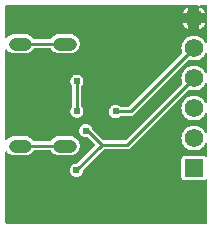
<source format=gbl>
G04 Layer: BottomLayer*
G04 EasyEDA v6.5.9, 2022-07-20 11:51:06*
G04 f1700a5533a94dbab9b25466b2df9886,20d39a695127413eb41274384cfbb926,10*
G04 Gerber Generator version 0.2*
G04 Scale: 100 percent, Rotated: No, Reflected: No *
G04 Dimensions in millimeters *
G04 leading zeros omitted , absolute positions ,4 integer and 5 decimal *
%FSLAX45Y45*%
%MOMM*%

%ADD10C,0.2540*%
%ADD11C,1.5748*%
%ADD12R,1.5748X1.5748*%
%ADD13C,0.6096*%
%ADD14C,0.6100*%
%ADD15C,1.1000*%
%ADD16C,0.0102*%

%LPD*%
G36*
X736092Y7125208D02*
G01*
X732180Y7125970D01*
X728929Y7128205D01*
X726694Y7131456D01*
X725932Y7135368D01*
X725932Y7727086D01*
X726795Y7731201D01*
X729234Y7734604D01*
X732891Y7736738D01*
X737057Y7737195D01*
X741070Y7735925D01*
X744220Y7733182D01*
X745134Y7731912D01*
X753313Y7723784D01*
X762558Y7716875D01*
X772668Y7711338D01*
X783488Y7707274D01*
X794766Y7704836D01*
X806653Y7703972D01*
X895908Y7703972D01*
X907796Y7704836D01*
X919073Y7707274D01*
X929894Y7711338D01*
X940003Y7716875D01*
X949248Y7723784D01*
X957376Y7731912D01*
X964996Y7742174D01*
X967232Y7744409D01*
X970026Y7745780D01*
X973124Y7746288D01*
X1109421Y7746288D01*
X1112520Y7745780D01*
X1115314Y7744409D01*
X1117600Y7742174D01*
X1125169Y7731912D01*
X1133297Y7723784D01*
X1142542Y7716875D01*
X1152702Y7711338D01*
X1163472Y7707274D01*
X1174750Y7704836D01*
X1186637Y7703972D01*
X1275892Y7703972D01*
X1287780Y7704836D01*
X1299057Y7707274D01*
X1309878Y7711338D01*
X1319987Y7716875D01*
X1329232Y7723784D01*
X1337411Y7731912D01*
X1344320Y7741158D01*
X1349857Y7751318D01*
X1353870Y7762138D01*
X1356360Y7773416D01*
X1357172Y7784896D01*
X1356360Y7796428D01*
X1353870Y7807706D01*
X1349857Y7818526D01*
X1344320Y7828635D01*
X1337411Y7837881D01*
X1329232Y7846009D01*
X1319987Y7852968D01*
X1309878Y7858455D01*
X1299057Y7862519D01*
X1287780Y7864957D01*
X1275892Y7865821D01*
X1186637Y7865821D01*
X1174750Y7864957D01*
X1163472Y7862519D01*
X1152702Y7858455D01*
X1142542Y7852968D01*
X1133297Y7846009D01*
X1125169Y7837881D01*
X1117600Y7827619D01*
X1115314Y7825435D01*
X1112520Y7824012D01*
X1109421Y7823504D01*
X973124Y7823504D01*
X970026Y7824012D01*
X967232Y7825435D01*
X964996Y7827619D01*
X957376Y7837881D01*
X949248Y7846009D01*
X940003Y7852968D01*
X929894Y7858455D01*
X919073Y7862519D01*
X907796Y7864957D01*
X895908Y7865821D01*
X806653Y7865821D01*
X794766Y7864957D01*
X783488Y7862519D01*
X772668Y7858455D01*
X762558Y7852968D01*
X753313Y7846009D01*
X745134Y7837881D01*
X744220Y7836611D01*
X741070Y7833868D01*
X737057Y7832598D01*
X732891Y7833055D01*
X729234Y7835188D01*
X726795Y7838592D01*
X725932Y7842707D01*
X725932Y8591092D01*
X726795Y8595207D01*
X729234Y8598611D01*
X732891Y8600744D01*
X737057Y8601202D01*
X741070Y8599932D01*
X744220Y8597188D01*
X745134Y8595918D01*
X753313Y8587790D01*
X762558Y8580831D01*
X772668Y8575344D01*
X783488Y8571280D01*
X794766Y8568842D01*
X806653Y8567978D01*
X895908Y8567978D01*
X907796Y8568842D01*
X919073Y8571280D01*
X929894Y8575344D01*
X940003Y8580831D01*
X949248Y8587790D01*
X957376Y8595918D01*
X964996Y8606180D01*
X967232Y8608415D01*
X970026Y8609787D01*
X973124Y8610295D01*
X1109421Y8610295D01*
X1112520Y8609787D01*
X1115314Y8608415D01*
X1117600Y8606180D01*
X1125169Y8595918D01*
X1133297Y8587790D01*
X1142542Y8580831D01*
X1152702Y8575344D01*
X1163472Y8571280D01*
X1174750Y8568842D01*
X1186637Y8567978D01*
X1275892Y8567978D01*
X1287780Y8568842D01*
X1299057Y8571280D01*
X1309878Y8575344D01*
X1319987Y8580831D01*
X1329232Y8587790D01*
X1337411Y8595918D01*
X1344320Y8605164D01*
X1349857Y8615273D01*
X1353870Y8626094D01*
X1356360Y8637371D01*
X1357172Y8648903D01*
X1356360Y8660384D01*
X1353870Y8671661D01*
X1349857Y8682482D01*
X1344320Y8692642D01*
X1337411Y8701887D01*
X1329232Y8710015D01*
X1319987Y8716924D01*
X1309878Y8722461D01*
X1299057Y8726525D01*
X1287780Y8728964D01*
X1275892Y8729827D01*
X1186637Y8729827D01*
X1174750Y8728964D01*
X1163472Y8726525D01*
X1152702Y8722461D01*
X1142542Y8716924D01*
X1133297Y8710015D01*
X1125169Y8701887D01*
X1117600Y8691626D01*
X1115364Y8689441D01*
X1112520Y8688019D01*
X1109421Y8687511D01*
X973124Y8687511D01*
X970026Y8688019D01*
X967232Y8689441D01*
X964996Y8691626D01*
X957376Y8701887D01*
X949248Y8710015D01*
X940003Y8716924D01*
X929894Y8722461D01*
X919073Y8726525D01*
X907796Y8728964D01*
X895908Y8729827D01*
X806653Y8729827D01*
X794766Y8728964D01*
X783488Y8726525D01*
X772668Y8722461D01*
X762558Y8716924D01*
X753313Y8710015D01*
X745134Y8701887D01*
X744220Y8700617D01*
X741070Y8697874D01*
X737057Y8696604D01*
X732891Y8697061D01*
X729234Y8699195D01*
X726795Y8702598D01*
X725932Y8706713D01*
X725932Y8963914D01*
X726694Y8967825D01*
X728929Y8971076D01*
X732180Y8973312D01*
X736092Y8974074D01*
X2266543Y8974074D01*
X2270709Y8973159D01*
X2274163Y8970619D01*
X2276246Y8966860D01*
X2276602Y8962593D01*
X2275179Y8958529D01*
X2272182Y8955481D01*
X2260396Y8947607D01*
X2250135Y8938564D01*
X2241092Y8928303D01*
X2233472Y8916924D01*
X2230221Y8910320D01*
X2278380Y8910320D01*
X2278380Y8963914D01*
X2279142Y8967825D01*
X2281377Y8971076D01*
X2284628Y8973312D01*
X2288540Y8974074D01*
X2359660Y8974074D01*
X2363571Y8973312D01*
X2366822Y8971076D01*
X2369058Y8967825D01*
X2369820Y8963914D01*
X2369820Y8910320D01*
X2417978Y8910320D01*
X2414727Y8916924D01*
X2407107Y8928303D01*
X2398064Y8938564D01*
X2387803Y8947607D01*
X2376017Y8955481D01*
X2373020Y8958529D01*
X2371598Y8962593D01*
X2371953Y8966860D01*
X2374036Y8970619D01*
X2377490Y8973159D01*
X2381656Y8974074D01*
X2427732Y8974074D01*
X2431643Y8973312D01*
X2434894Y8971076D01*
X2437130Y8967825D01*
X2437892Y8963914D01*
X2437892Y8913469D01*
X2436876Y8909100D01*
X2435199Y8906916D01*
X2437130Y8904071D01*
X2437892Y8900160D01*
X2437892Y8829040D01*
X2437130Y8825128D01*
X2435199Y8822283D01*
X2436876Y8820099D01*
X2437892Y8815730D01*
X2437892Y8659469D01*
X2436876Y8655100D01*
X2434082Y8651544D01*
X2430018Y8649563D01*
X2425547Y8649563D01*
X2421483Y8651494D01*
X2418638Y8654999D01*
X2414727Y8662924D01*
X2407107Y8674303D01*
X2398064Y8684564D01*
X2387803Y8693607D01*
X2376424Y8701227D01*
X2364130Y8707272D01*
X2351176Y8711641D01*
X2337765Y8714333D01*
X2324100Y8715248D01*
X2310434Y8714333D01*
X2297023Y8711641D01*
X2284069Y8707272D01*
X2271776Y8701227D01*
X2260396Y8693607D01*
X2250135Y8684564D01*
X2241092Y8674303D01*
X2233472Y8662924D01*
X2227427Y8650630D01*
X2223058Y8637676D01*
X2220366Y8624265D01*
X2219452Y8610600D01*
X2220366Y8596934D01*
X2223058Y8583523D01*
X2225903Y8575040D01*
X2226462Y8571331D01*
X2225598Y8567674D01*
X2223465Y8564575D01*
X1775764Y8116874D01*
X1772462Y8114690D01*
X1768602Y8113928D01*
X1707845Y8113928D01*
X1703933Y8114690D01*
X1700631Y8116874D01*
X1699056Y8118500D01*
X1690979Y8124088D01*
X1682089Y8128253D01*
X1672589Y8130794D01*
X1662836Y8131657D01*
X1653032Y8130794D01*
X1643532Y8128253D01*
X1634642Y8124088D01*
X1626565Y8118500D01*
X1619605Y8111540D01*
X1614017Y8103463D01*
X1609852Y8094573D01*
X1607312Y8085074D01*
X1606448Y8075269D01*
X1607312Y8065516D01*
X1609852Y8056016D01*
X1614017Y8047126D01*
X1619605Y8039049D01*
X1626565Y8032089D01*
X1634642Y8026501D01*
X1643532Y8022336D01*
X1653032Y8019796D01*
X1662836Y8018932D01*
X1672589Y8019796D01*
X1682089Y8022336D01*
X1690979Y8026501D01*
X1699056Y8032089D01*
X1700631Y8033715D01*
X1703933Y8035899D01*
X1707845Y8036712D01*
X1788312Y8036712D01*
X1796338Y8037474D01*
X1803552Y8039658D01*
X1810207Y8043214D01*
X1816455Y8048345D01*
X2278075Y8509965D01*
X2281174Y8512098D01*
X2284831Y8512962D01*
X2288540Y8512403D01*
X2297023Y8509558D01*
X2310434Y8506866D01*
X2324100Y8505952D01*
X2337765Y8506866D01*
X2351176Y8509558D01*
X2364130Y8513927D01*
X2376424Y8519972D01*
X2387803Y8527592D01*
X2398064Y8536635D01*
X2407107Y8546896D01*
X2414727Y8558276D01*
X2418638Y8566200D01*
X2421483Y8569706D01*
X2425547Y8571636D01*
X2430018Y8571636D01*
X2434082Y8569655D01*
X2436876Y8566099D01*
X2437892Y8561730D01*
X2437892Y8405469D01*
X2436876Y8401100D01*
X2434082Y8397544D01*
X2430018Y8395563D01*
X2425547Y8395563D01*
X2421483Y8397494D01*
X2418638Y8400999D01*
X2414727Y8408924D01*
X2407107Y8420303D01*
X2398064Y8430564D01*
X2387803Y8439607D01*
X2376424Y8447227D01*
X2364130Y8453272D01*
X2351176Y8457641D01*
X2337765Y8460333D01*
X2324100Y8461248D01*
X2310434Y8460333D01*
X2297023Y8457641D01*
X2284069Y8453272D01*
X2271776Y8447227D01*
X2260396Y8439607D01*
X2250135Y8430564D01*
X2241092Y8420303D01*
X2233472Y8408924D01*
X2227427Y8396630D01*
X2223058Y8383676D01*
X2220366Y8370265D01*
X2219452Y8356600D01*
X2220366Y8342934D01*
X2223058Y8329523D01*
X2225903Y8321040D01*
X2226462Y8317331D01*
X2225598Y8313674D01*
X2223465Y8310575D01*
X1746757Y7833868D01*
X1743456Y7831632D01*
X1739544Y7830870D01*
X1566214Y7830870D01*
X1562303Y7831632D01*
X1559001Y7833868D01*
X1464970Y7927898D01*
X1462938Y7930794D01*
X1458518Y7940294D01*
X1452880Y7948320D01*
X1445920Y7955280D01*
X1437894Y7960918D01*
X1429004Y7965084D01*
X1419504Y7967624D01*
X1409700Y7968488D01*
X1399895Y7967624D01*
X1390396Y7965084D01*
X1381506Y7960918D01*
X1373479Y7955280D01*
X1366520Y7948320D01*
X1360881Y7940294D01*
X1356715Y7931403D01*
X1354175Y7921904D01*
X1353312Y7912100D01*
X1354175Y7902295D01*
X1356715Y7892796D01*
X1360881Y7883906D01*
X1366520Y7875879D01*
X1373479Y7868920D01*
X1381506Y7863281D01*
X1390396Y7859115D01*
X1399895Y7856575D01*
X1409700Y7855712D01*
X1423314Y7856981D01*
X1426718Y7856067D01*
X1429613Y7854035D01*
X1484172Y7799476D01*
X1486408Y7796174D01*
X1487170Y7792313D01*
X1486408Y7788402D01*
X1484172Y7785100D01*
X1334973Y7635849D01*
X1332077Y7633868D01*
X1328674Y7632953D01*
X1320596Y7632242D01*
X1311097Y7629702D01*
X1302207Y7625537D01*
X1294180Y7619898D01*
X1287221Y7612938D01*
X1281582Y7604912D01*
X1277416Y7596022D01*
X1274876Y7586522D01*
X1274013Y7576718D01*
X1274876Y7566914D01*
X1277416Y7557414D01*
X1281582Y7548524D01*
X1287221Y7540498D01*
X1294180Y7533538D01*
X1302207Y7527899D01*
X1311097Y7523734D01*
X1320596Y7521194D01*
X1330401Y7520330D01*
X1340205Y7521194D01*
X1349705Y7523734D01*
X1358595Y7527899D01*
X1366621Y7533538D01*
X1373581Y7540498D01*
X1379220Y7548524D01*
X1383385Y7557414D01*
X1385925Y7566914D01*
X1386636Y7574991D01*
X1387551Y7578394D01*
X1389532Y7581290D01*
X1558950Y7750657D01*
X1562252Y7752892D01*
X1566164Y7753654D01*
X1759254Y7753654D01*
X1767281Y7754467D01*
X1774545Y7756652D01*
X1781200Y7760208D01*
X1787398Y7765338D01*
X2278075Y8255965D01*
X2281174Y8258098D01*
X2284831Y8258962D01*
X2288540Y8258403D01*
X2297023Y8255558D01*
X2310434Y8252866D01*
X2324100Y8251952D01*
X2337765Y8252866D01*
X2351176Y8255558D01*
X2364130Y8259927D01*
X2376424Y8265972D01*
X2387803Y8273592D01*
X2398064Y8282635D01*
X2407107Y8292896D01*
X2414727Y8304275D01*
X2418638Y8312200D01*
X2421483Y8315706D01*
X2425547Y8317636D01*
X2430018Y8317636D01*
X2434082Y8315655D01*
X2436876Y8312099D01*
X2437892Y8307730D01*
X2437892Y8151469D01*
X2436876Y8147100D01*
X2434082Y8143544D01*
X2430018Y8141563D01*
X2425547Y8141563D01*
X2421483Y8143494D01*
X2418638Y8146999D01*
X2414727Y8154924D01*
X2407107Y8166303D01*
X2398064Y8176564D01*
X2387803Y8185607D01*
X2376424Y8193227D01*
X2364130Y8199272D01*
X2351176Y8203641D01*
X2337765Y8206333D01*
X2324100Y8207248D01*
X2310434Y8206333D01*
X2297023Y8203641D01*
X2284069Y8199272D01*
X2271776Y8193227D01*
X2260396Y8185607D01*
X2250135Y8176564D01*
X2241092Y8166303D01*
X2233472Y8154924D01*
X2227427Y8142630D01*
X2223058Y8129676D01*
X2220366Y8116265D01*
X2219452Y8102600D01*
X2220366Y8088934D01*
X2223058Y8075523D01*
X2227427Y8062569D01*
X2233472Y8050275D01*
X2241092Y8038896D01*
X2250135Y8028635D01*
X2260396Y8019592D01*
X2271776Y8011972D01*
X2284069Y8005927D01*
X2297023Y8001558D01*
X2310434Y7998866D01*
X2324100Y7997952D01*
X2337765Y7998866D01*
X2351176Y8001558D01*
X2364130Y8005927D01*
X2376424Y8011972D01*
X2387803Y8019592D01*
X2398064Y8028635D01*
X2407107Y8038896D01*
X2414727Y8050275D01*
X2418638Y8058200D01*
X2421483Y8061706D01*
X2425547Y8063636D01*
X2430018Y8063636D01*
X2434082Y8061655D01*
X2436876Y8058099D01*
X2437892Y8053730D01*
X2437892Y7897469D01*
X2436876Y7893100D01*
X2434082Y7889544D01*
X2430018Y7887563D01*
X2425547Y7887563D01*
X2421483Y7889494D01*
X2418638Y7892999D01*
X2414727Y7900924D01*
X2407107Y7912303D01*
X2398064Y7922564D01*
X2387803Y7931607D01*
X2376424Y7939227D01*
X2364130Y7945272D01*
X2351176Y7949641D01*
X2337765Y7952333D01*
X2324100Y7953248D01*
X2310434Y7952333D01*
X2297023Y7949641D01*
X2284069Y7945272D01*
X2271776Y7939227D01*
X2260396Y7931607D01*
X2250135Y7922564D01*
X2241092Y7912303D01*
X2233472Y7900924D01*
X2227427Y7888630D01*
X2223058Y7875676D01*
X2220366Y7862265D01*
X2219452Y7848600D01*
X2220366Y7834934D01*
X2223058Y7821523D01*
X2227427Y7808569D01*
X2233472Y7796275D01*
X2241092Y7784896D01*
X2250135Y7774635D01*
X2260396Y7765592D01*
X2271776Y7757972D01*
X2284069Y7751927D01*
X2297023Y7747558D01*
X2310434Y7744866D01*
X2324100Y7743952D01*
X2337765Y7744866D01*
X2351176Y7747558D01*
X2364130Y7751927D01*
X2376424Y7757972D01*
X2387803Y7765592D01*
X2398064Y7774635D01*
X2407107Y7784896D01*
X2414727Y7796275D01*
X2418638Y7804200D01*
X2421483Y7807706D01*
X2425547Y7809636D01*
X2430018Y7809636D01*
X2434082Y7807655D01*
X2436876Y7804099D01*
X2437892Y7799730D01*
X2437892Y7699146D01*
X2437130Y7695234D01*
X2434894Y7691932D01*
X2431643Y7689748D01*
X2427732Y7688986D01*
X2423820Y7689748D01*
X2420569Y7691932D01*
X2418943Y7693558D01*
X2414066Y7696606D01*
X2408580Y7698536D01*
X2402281Y7699248D01*
X2245918Y7699248D01*
X2239619Y7698536D01*
X2234133Y7696606D01*
X2229256Y7693558D01*
X2225141Y7689443D01*
X2222093Y7684566D01*
X2220163Y7679080D01*
X2219452Y7672781D01*
X2219452Y7516418D01*
X2220163Y7510119D01*
X2222093Y7504633D01*
X2225141Y7499756D01*
X2229256Y7495641D01*
X2234133Y7492593D01*
X2239619Y7490663D01*
X2245918Y7489952D01*
X2402281Y7489952D01*
X2408580Y7490663D01*
X2414066Y7492593D01*
X2418943Y7495641D01*
X2420569Y7497267D01*
X2423820Y7499451D01*
X2427732Y7500213D01*
X2431643Y7499451D01*
X2434894Y7497267D01*
X2437130Y7493965D01*
X2437892Y7490053D01*
X2437892Y7135368D01*
X2437130Y7131456D01*
X2434894Y7128205D01*
X2431643Y7125970D01*
X2427732Y7125208D01*
G37*

%LPC*%
G36*
X1333500Y8020862D02*
G01*
X1343304Y8021726D01*
X1352753Y8024266D01*
X1361694Y8028381D01*
X1369720Y8034020D01*
X1376680Y8040979D01*
X1382318Y8049006D01*
X1386433Y8057946D01*
X1388973Y8067395D01*
X1389837Y8077200D01*
X1388973Y8087004D01*
X1386433Y8096453D01*
X1382318Y8105394D01*
X1376680Y8113420D01*
X1375105Y8114995D01*
X1372870Y8118297D01*
X1372108Y8122208D01*
X1372108Y8286191D01*
X1372870Y8290102D01*
X1375105Y8293404D01*
X1376680Y8294979D01*
X1382318Y8303006D01*
X1386433Y8311946D01*
X1388973Y8321395D01*
X1389837Y8331200D01*
X1388973Y8341004D01*
X1386433Y8350453D01*
X1382318Y8359394D01*
X1376680Y8367420D01*
X1369720Y8374380D01*
X1361694Y8380018D01*
X1352753Y8384133D01*
X1343304Y8386673D01*
X1333500Y8387537D01*
X1323695Y8386673D01*
X1314246Y8384133D01*
X1305306Y8380018D01*
X1297279Y8374380D01*
X1290320Y8367420D01*
X1284681Y8359394D01*
X1280566Y8350453D01*
X1278026Y8341004D01*
X1277162Y8331200D01*
X1278026Y8321395D01*
X1280566Y8311946D01*
X1284681Y8303006D01*
X1290320Y8294979D01*
X1291894Y8293404D01*
X1294130Y8290102D01*
X1294892Y8286191D01*
X1294892Y8122208D01*
X1294130Y8118297D01*
X1291894Y8114995D01*
X1290320Y8113420D01*
X1284681Y8105394D01*
X1280566Y8096453D01*
X1278026Y8087004D01*
X1277162Y8077200D01*
X1278026Y8067395D01*
X1280566Y8057946D01*
X1284681Y8049006D01*
X1290320Y8040979D01*
X1297279Y8034020D01*
X1305306Y8028381D01*
X1314246Y8024266D01*
X1323695Y8021726D01*
G37*
G36*
X2278380Y8770721D02*
G01*
X2278380Y8818880D01*
X2230221Y8818880D01*
X2233472Y8812276D01*
X2241092Y8800896D01*
X2250135Y8790635D01*
X2260396Y8781592D01*
X2271776Y8773972D01*
G37*
G36*
X2369820Y8770721D02*
G01*
X2376424Y8773972D01*
X2387803Y8781592D01*
X2398064Y8790635D01*
X2407107Y8800896D01*
X2414727Y8812276D01*
X2417978Y8818880D01*
X2369820Y8818880D01*
G37*

%LPD*%
D10*
X2324102Y8610602D02*
G01*
X1788797Y8075297D01*
X1662813Y8075297D01*
X2324102Y8356602D02*
G01*
X1759765Y7792265D01*
X1545973Y7792265D01*
X1545973Y7792290D01*
X1330403Y7576720D02*
G01*
X1545973Y7792290D01*
X851283Y8648905D02*
G01*
X1231292Y8648905D01*
X851283Y7784899D02*
G01*
X1231292Y7784899D01*
X1545970Y7792293D02*
G01*
X1426164Y7912100D01*
X1409700Y7912100D01*
X1333500Y8331200D02*
G01*
X1333500Y8077200D01*
D11*
G01*
X2324100Y8864600D03*
G01*
X2324100Y8610600D03*
G01*
X2324100Y8356600D03*
G01*
X2324100Y8102600D03*
G01*
X2324100Y7848600D03*
D12*
G01*
X2324100Y7594600D03*
D13*
G01*
X1130300Y8547100D03*
G01*
X1130300Y7899400D03*
G01*
X1168400Y7531100D03*
G01*
X1536700Y7924800D03*
G01*
X1816100Y7962900D03*
G01*
X2057400Y7962900D03*
G01*
X1600200Y8445500D03*
G01*
X2070100Y8483600D03*
G01*
X1219200Y8788400D03*
G01*
X1409700Y8788400D03*
D14*
G01*
X1662811Y8075295D03*
G01*
X1409700Y7912100D03*
G01*
X1330401Y7576718D03*
D13*
G01*
X1574800Y8242300D03*
G01*
X1473200Y8064500D03*
G01*
X1333500Y8077200D03*
G01*
X1333500Y8331200D03*
D15*
X1276291Y7784896D02*
G01*
X1186291Y7784896D01*
X1276291Y8648903D02*
G01*
X1186291Y8648903D01*
X896282Y8648903D02*
G01*
X806282Y8648903D01*
X896282Y7784896D02*
G01*
X806282Y7784896D01*
M02*

</source>
